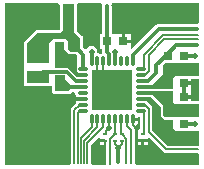
<source format=gtl>
G04*
G04 #@! TF.GenerationSoftware,Altium Limited,Altium Designer,25.5.2 (35)*
G04*
G04 Layer_Physical_Order=1*
G04 Layer_Color=5124078*
%FSLAX24Y24*%
%MOIN*%
G70*
G04*
G04 #@! TF.SameCoordinates,3B20E17A-DEC6-4BF0-B8A2-CF9C5BD55609*
G04*
G04*
G04 #@! TF.FilePolarity,Positive*
G04*
G01*
G75*
%ADD12C,0.0079*%
%ADD15C,0.0059*%
%ADD17R,0.0717X0.0445*%
%ADD18R,0.0315X0.0295*%
%ADD19R,0.0295X0.0315*%
%ADD20R,0.0118X0.0106*%
%ADD21R,0.1378X0.1378*%
%ADD22O,0.0335X0.0118*%
%ADD23O,0.0118X0.0335*%
%ADD32C,0.0060*%
%ADD33C,0.0118*%
%ADD34R,0.0160X0.0060*%
%ADD35C,0.0197*%
%ADD36C,0.0240*%
G36*
X2889Y2247D02*
X2876Y2231D01*
X2840Y2206D01*
X2835Y2207D01*
X1552D01*
X1531Y2205D01*
X1511Y2201D01*
X1491Y2195D01*
X1472Y2185D01*
X1455Y2174D01*
X1439Y2160D01*
X661Y1382D01*
X612Y1402D01*
Y1574D01*
X364D01*
Y1624D01*
X314D01*
Y1882D01*
X117D01*
Y1882D01*
X80D01*
Y1882D01*
X-23D01*
Y2805D01*
X-24Y2826D01*
X-27Y2840D01*
X-21Y2855D01*
X4Y2886D01*
X9Y2889D01*
X2889D01*
Y2247D01*
D02*
G37*
G36*
X-1260Y1929D02*
X-1063Y1732D01*
X-1063Y1280D01*
X-1358D01*
X-1458Y1380D01*
Y1613D01*
X-1457Y1614D01*
X-1535Y1693D01*
X-1959D01*
X-2116Y1535D01*
Y915D01*
X-2839D01*
Y1568D01*
X-2596Y1811D01*
X-2517Y1890D01*
X-1732D01*
X-1654Y1969D01*
X-1654Y2874D01*
X-1260D01*
Y1929D01*
D02*
G37*
G36*
X-368Y2886D02*
X-343Y2855D01*
X-337Y2840D01*
X-340Y2826D01*
X-341Y2805D01*
Y2013D01*
Y1882D01*
X-415D01*
Y1367D01*
X-327D01*
Y1258D01*
X-325Y1237D01*
X-324Y1229D01*
X-337Y1227D01*
X-356Y1220D01*
X-375Y1211D01*
X-392Y1199D01*
X-394Y1198D01*
X-395Y1199D01*
X-412Y1211D01*
X-431Y1220D01*
X-451Y1227D01*
X-476Y1241D01*
X-491Y1273D01*
Y1296D01*
X-493Y1318D01*
X-498Y1339D01*
X-505Y1361D01*
X-515Y1381D01*
X-527Y1399D01*
X-541Y1417D01*
X-557Y1433D01*
X-574Y1447D01*
X-593Y1458D01*
X-613Y1468D01*
X-634Y1475D01*
X-656Y1480D01*
X-678Y1483D01*
X-700D01*
X-722Y1480D01*
X-744Y1475D01*
X-765Y1468D01*
X-785Y1458D01*
X-804Y1447D01*
X-821Y1433D01*
X-837Y1417D01*
X-851Y1399D01*
X-863Y1381D01*
X-865Y1376D01*
X-907Y1364D01*
X-923Y1365D01*
X-963Y1405D01*
X-963Y1732D01*
X-964Y1748D01*
X-968Y1763D01*
X-974Y1778D01*
X-982Y1791D01*
X-992Y1803D01*
X-1160Y1971D01*
Y2874D01*
X-1146Y2889D01*
X-373D01*
X-368Y2886D01*
D02*
G37*
G36*
X-1594Y1368D02*
X-1427Y1201D01*
X-1220D01*
X-1181Y1161D01*
Y640D01*
X-1093Y551D01*
X-965D01*
Y433D01*
X-1171D01*
X-1467Y728D01*
X-1900D01*
Y1594D01*
X-1594D01*
Y1368D01*
D02*
G37*
G36*
X2889Y472D02*
X2087Y472D01*
X2018Y404D01*
Y39D01*
X945D01*
Y157D01*
X1339D01*
X1693Y512D01*
Y827D01*
X1772Y906D01*
X2889D01*
Y472D01*
D02*
G37*
G36*
X-1585Y364D02*
X-1378Y157D01*
X-1378Y39D01*
X-1457Y-39D01*
X-1900D01*
Y492D01*
X-1585D01*
Y364D01*
D02*
G37*
G36*
X2889Y-372D02*
X2630D01*
Y-296D01*
X2382D01*
Y-196D01*
X2630D01*
Y-11D01*
Y196D01*
X2382D01*
Y296D01*
X2630D01*
Y372D01*
X2889D01*
Y-372D01*
D02*
G37*
G36*
X2018Y-404D02*
X2087Y-472D01*
X2889Y-472D01*
Y-906D01*
X1772D01*
X1693Y-827D01*
Y-512D01*
X1339Y-157D01*
X945D01*
Y-39D01*
X2018D01*
Y-404D01*
D02*
G37*
G36*
X1614Y-551D02*
Y-866D01*
X1732Y-984D01*
X2018D01*
Y-1260D01*
X2136Y-1378D01*
X2889D01*
Y-1860D01*
X1860D01*
X1339Y-1339D01*
Y-541D01*
X1152Y-354D01*
X945D01*
Y-236D01*
X1299D01*
X1614Y-551D01*
D02*
G37*
G36*
X933Y-880D02*
Y-1309D01*
X865D01*
Y-1616D01*
Y-1637D01*
X1183D01*
Y-1598D01*
X1228Y-1579D01*
X1707Y-2058D01*
X1719Y-2069D01*
X1734Y-2078D01*
X1749Y-2086D01*
X1765Y-2091D01*
X1781Y-2094D01*
X1798Y-2096D01*
X2864D01*
X2889Y-2141D01*
Y-2495D01*
X795D01*
X780Y-2482D01*
X758Y-2446D01*
X759Y-2444D01*
X760Y-2427D01*
Y-1339D01*
X759Y-1322D01*
X755Y-1305D01*
X750Y-1289D01*
X742Y-1274D01*
X742Y-1273D01*
X742Y-1273D01*
X748Y-1236D01*
X748Y-1235D01*
X760Y-1215D01*
X769Y-1211D01*
X786Y-1199D01*
X802Y-1186D01*
X815Y-1170D01*
X827Y-1153D01*
X836Y-1134D01*
X843Y-1114D01*
X847Y-1094D01*
X848Y-1073D01*
Y-1015D01*
X689D01*
Y-915D01*
X848D01*
Y-897D01*
X851Y-882D01*
X904Y-862D01*
X933Y-880D01*
D02*
G37*
G36*
X-395Y-1588D02*
Y-1637D01*
X-236D01*
Y-1737D01*
X-395D01*
Y-1840D01*
X-209D01*
Y-2447D01*
X-236Y-2485D01*
X-249Y-2495D01*
X-656D01*
X-664Y-2492D01*
X-676Y-2480D01*
X-697Y-2446D01*
X-697Y-2441D01*
Y-1825D01*
X-441Y-1569D01*
X-395Y-1588D01*
D02*
G37*
G36*
X-1754Y2840D02*
X-1754Y2010D01*
X-1774Y1990D01*
X-2517D01*
X-2533Y1989D01*
X-2548Y1985D01*
X-2562Y1979D01*
X-2576Y1971D01*
X-2588Y1961D01*
X-2910Y1639D01*
X-2920Y1627D01*
X-2928Y1614D01*
X-2934Y1599D01*
X-2938Y1584D01*
X-2939Y1568D01*
Y915D01*
X-2939Y911D01*
Y669D01*
Y126D01*
X-2022D01*
X-2000Y86D01*
Y-39D01*
X-1999Y-55D01*
X-1995Y-70D01*
X-1989Y-85D01*
X-1981Y-98D01*
X-1971Y-110D01*
X-1959Y-121D01*
X-1945Y-129D01*
X-1931Y-135D01*
X-1915Y-138D01*
X-1900Y-140D01*
X-1457D01*
X-1441Y-138D01*
X-1426Y-135D01*
X-1411Y-129D01*
X-1398Y-121D01*
X-1386Y-110D01*
X-1336Y-61D01*
X-1273D01*
X-1232Y-98D01*
X-1231Y-119D01*
X-1227Y-140D01*
X-1220Y-159D01*
X-1211Y-178D01*
X-1199Y-195D01*
X-1198Y-197D01*
X-1199Y-198D01*
X-1211Y-216D01*
X-1220Y-234D01*
X-1224Y-245D01*
X-1135D01*
X-1134Y-246D01*
X-1114Y-252D01*
X-1094Y-256D01*
X-1073Y-258D01*
X-965D01*
Y-333D01*
X-1073D01*
X-1094Y-334D01*
X-1114Y-338D01*
X-1134Y-345D01*
X-1135Y-345D01*
X-1224D01*
X-1220Y-356D01*
X-1211Y-375D01*
X-1199Y-392D01*
X-1198Y-394D01*
X-1199Y-395D01*
X-1211Y-412D01*
X-1220Y-431D01*
X-1227Y-451D01*
X-1230Y-465D01*
X-1352Y-587D01*
X-1363Y-600D01*
X-1372Y-614D01*
X-1380Y-629D01*
X-1385Y-646D01*
X-1389Y-662D01*
X-1390Y-679D01*
Y-2441D01*
X-1389Y-2446D01*
X-1411Y-2480D01*
X-1423Y-2492D01*
X-1430Y-2495D01*
X-3578D01*
Y2889D01*
X-1797D01*
X-1754Y2840D01*
D02*
G37*
%LPC*%
G36*
X612Y1882D02*
X414D01*
Y1674D01*
X612D01*
Y1882D01*
D02*
G37*
G36*
X1183Y-1737D02*
X1074D01*
Y-1840D01*
X1183D01*
Y-1737D01*
D02*
G37*
G36*
X974D02*
X865D01*
Y-1840D01*
X974D01*
Y-1737D01*
D02*
G37*
%LPD*%
D12*
X-472Y472D02*
X-295Y650D01*
Y965D01*
X-492Y492D02*
X-472Y472D01*
X-492Y492D02*
Y965D01*
X827Y-1641D02*
X873Y-1687D01*
X1024D01*
X827Y-1641D02*
Y-1260D01*
X-256Y-1699D02*
X-247Y-1690D01*
X-344Y-1913D02*
X-256Y-1825D01*
Y-1699D01*
X-344Y-1945D02*
Y-1913D01*
X805Y-1260D02*
X827D01*
X697Y-1151D02*
Y-972D01*
X689Y-965D02*
X697Y-972D01*
Y-1151D02*
X805Y-1260D01*
X-98Y-1181D02*
X-98Y-1181D01*
Y-965D01*
X-98Y-1260D02*
Y-1181D01*
X-217Y-1449D02*
Y-1365D01*
X-236Y-1463D02*
X-230D01*
X-217Y-1449D01*
Y-1365D02*
X-111Y-1260D01*
X-98D01*
D15*
X-1455Y925D02*
X-1319D01*
X1222Y623D02*
Y1185D01*
X1740Y1703D01*
X1063Y1179D02*
X1705Y1821D01*
X1063Y716D02*
Y1179D01*
X1740Y1703D02*
X2864D01*
X1705Y1821D02*
X2864D01*
X79Y-1806D02*
X177Y-1904D01*
X315Y-1811D02*
Y-1687D01*
X197Y-1929D02*
Y-1884D01*
X79Y-1806D02*
Y-1687D01*
X197Y-1929D02*
X315Y-1811D01*
X630Y-2427D02*
Y-1339D01*
X492Y-1201D02*
X630Y-1339D01*
X1798Y-1966D02*
X2864D01*
X965Y-492D02*
X1087D01*
X1220Y-1388D02*
Y-626D01*
Y-1388D02*
X1798Y-1966D01*
X1087Y-492D02*
X1220Y-626D01*
X965Y-689D02*
X1036D01*
X1063Y-1463D02*
Y-716D01*
X1036Y-689D02*
X1063Y-716D01*
X-295Y-1201D02*
Y-965D01*
X295Y-1443D02*
Y-965D01*
Y-1443D02*
X315Y-1463D01*
X98Y-1449D02*
Y-965D01*
X49Y-1493D02*
Y-1486D01*
X87Y-1449D01*
X98D01*
X344Y-1492D02*
Y-1486D01*
X321Y-1463D02*
X344Y-1486D01*
X315Y-1463D02*
X321D01*
X472Y-2432D02*
Y-1620D01*
X344Y-1492D02*
X472Y-1620D01*
X-79Y-1621D02*
X49Y-1493D01*
X-79Y-2447D02*
Y-1621D01*
X492Y-1201D02*
Y-965D01*
X1036Y689D02*
X1063Y716D01*
X965Y689D02*
X1036D01*
X1089Y492D02*
X1118Y522D01*
X1120D02*
X1222Y623D01*
X1118Y522D02*
X1120D01*
X965Y492D02*
X1089D01*
X-935Y-1683D02*
X-492Y-1240D01*
X-690Y-966D02*
X-689Y-965D01*
X-295Y-1240D02*
Y-965D01*
X-1043Y-1594D02*
X-690Y-1241D01*
X-827Y-1772D02*
X-295Y-1240D01*
X-827Y-2441D02*
Y-1772D01*
X-935Y-2441D02*
Y-1683D01*
X-1043Y-2441D02*
Y-1594D01*
X-492Y-1240D02*
Y-965D01*
X-690Y-1241D02*
Y-966D01*
X-1260Y-2441D02*
Y-679D01*
X-1152Y-2441D02*
Y-753D01*
X-1260Y-679D02*
X-1073Y-492D01*
X-1152Y-753D02*
X-1087Y-689D01*
X-965D01*
X-1073Y-492D02*
X-965D01*
D17*
X-2480Y449D02*
D03*
Y1146D02*
D03*
D18*
X-1742Y876D02*
D03*
Y344D02*
D03*
D19*
X1850Y-246D02*
D03*
X2382D02*
D03*
X-167Y1624D02*
D03*
X364D02*
D03*
X2382Y1146D02*
D03*
X1850D02*
D03*
X2382Y-1142D02*
D03*
X1850D02*
D03*
X-1742Y1437D02*
D03*
X-1211D02*
D03*
X2382Y246D02*
D03*
X1850D02*
D03*
D20*
X1024Y-1463D02*
D03*
Y-1687D02*
D03*
X-236Y-1687D02*
D03*
Y-1463D02*
D03*
X79Y-1687D02*
D03*
Y-1463D02*
D03*
X315Y-1687D02*
D03*
Y-1463D02*
D03*
D21*
X-0Y0D02*
D03*
D22*
X-965Y689D02*
D03*
Y492D02*
D03*
Y295D02*
D03*
Y98D02*
D03*
Y-98D02*
D03*
Y-295D02*
D03*
Y-492D02*
D03*
Y-689D02*
D03*
X965D02*
D03*
Y-492D02*
D03*
Y-295D02*
D03*
Y-98D02*
D03*
Y98D02*
D03*
Y295D02*
D03*
Y492D02*
D03*
Y689D02*
D03*
D23*
X-689Y-965D02*
D03*
X-492D02*
D03*
X-295D02*
D03*
X-98D02*
D03*
X98D02*
D03*
X295D02*
D03*
X689D02*
D03*
Y965D02*
D03*
X492D02*
D03*
X295D02*
D03*
X98D02*
D03*
X-98D02*
D03*
X-295D02*
D03*
X-492D02*
D03*
X-689D02*
D03*
X492Y-965D02*
D03*
D32*
X-1615Y925D02*
D03*
X-1455D02*
D03*
D33*
X-182Y1909D02*
Y2805D01*
Y1909D02*
Y2013D01*
X-167Y1258D02*
Y1624D01*
Y1258D02*
X-98Y1189D01*
Y965D02*
Y1189D01*
X98Y1127D02*
X98Y1127D01*
X98Y965D02*
Y1127D01*
X98Y1127D02*
Y1284D01*
X-689Y1284D02*
X-689Y1284D01*
X-689Y965D02*
Y1284D01*
X-182Y1698D02*
Y1909D01*
Y1698D02*
X-172Y1688D01*
X-965Y689D02*
Y1181D01*
X-1299Y1526D02*
X-1252D01*
X-1299D02*
X-1211Y1437D01*
X-1299Y1535D02*
X-1265Y1501D01*
X-1211Y1427D02*
X-965Y1181D01*
X1552Y2047D02*
X2835D01*
X689Y1184D02*
X1552Y2047D01*
X689Y965D02*
Y1184D01*
X-1252Y1526D02*
X-1242Y1535D01*
X-1211Y1427D02*
Y1437D01*
X197Y-2404D02*
Y-1929D01*
X-1265Y1491D02*
Y1501D01*
X2382Y1142D02*
X2677D01*
X2382Y246D02*
X2677D01*
X2411Y-246D02*
X2677D01*
X2382Y-1142D02*
X2717D01*
X2139Y1510D02*
X2835D01*
X2382Y-246D02*
Y246D01*
X965Y295D02*
X1194D01*
X1816Y1186D02*
X2139Y1510D01*
X1194Y295D02*
X1476Y577D01*
Y846D02*
X1816Y1186D01*
X1476Y577D02*
Y846D01*
X-1673Y-563D02*
X-1406Y-295D01*
X-1673Y-837D02*
Y-563D01*
X-1406Y-295D02*
X-965D01*
X-2461Y449D02*
X-2299Y610D01*
X-1516D01*
X-1201Y295D01*
X-965D01*
X-2480Y449D02*
X-2461D01*
X-2344Y1146D02*
X-2181Y1309D01*
X-1416Y98D02*
X-965D01*
D34*
X-1535Y925D02*
D03*
D35*
X728Y1627D02*
D03*
X630Y2047D02*
D03*
X98Y1284D02*
D03*
X-689D02*
D03*
X-1252Y1762D02*
D03*
X-1319Y925D02*
D03*
X-344Y-1945D02*
D03*
X197Y-1929D02*
D03*
X827Y-1260D02*
D03*
X2756Y1142D02*
D03*
Y246D02*
D03*
Y-246D02*
D03*
Y-1142D02*
D03*
X1614Y-197D02*
D03*
X1850Y-787D02*
D03*
Y-512D02*
D03*
X-98Y-1260D02*
D03*
X-1673Y-837D02*
D03*
X-2116Y-20D02*
D03*
X-2559D02*
D03*
Y-669D02*
D03*
X630Y2717D02*
D03*
X1732D02*
D03*
X-1029Y2087D02*
D03*
X-2441D02*
D03*
X-1673Y-2362D02*
D03*
X-2559D02*
D03*
X-3465D02*
D03*
Y-1516D02*
D03*
Y2717D02*
D03*
X-1063Y2717D02*
D03*
X-2441D02*
D03*
X-3465Y1870D02*
D03*
Y1024D02*
D03*
X2756Y2717D02*
D03*
X-2559Y-1516D02*
D03*
X-1673D02*
D03*
X-3465Y-669D02*
D03*
X-1457Y98D02*
D03*
X-1742Y98D02*
D03*
X-3465Y177D02*
D03*
D36*
X472Y472D02*
D03*
Y0D02*
D03*
Y-472D02*
D03*
X0D02*
D03*
X-472D02*
D03*
Y0D02*
D03*
Y472D02*
D03*
X0D02*
D03*
Y0D02*
D03*
M02*

</source>
